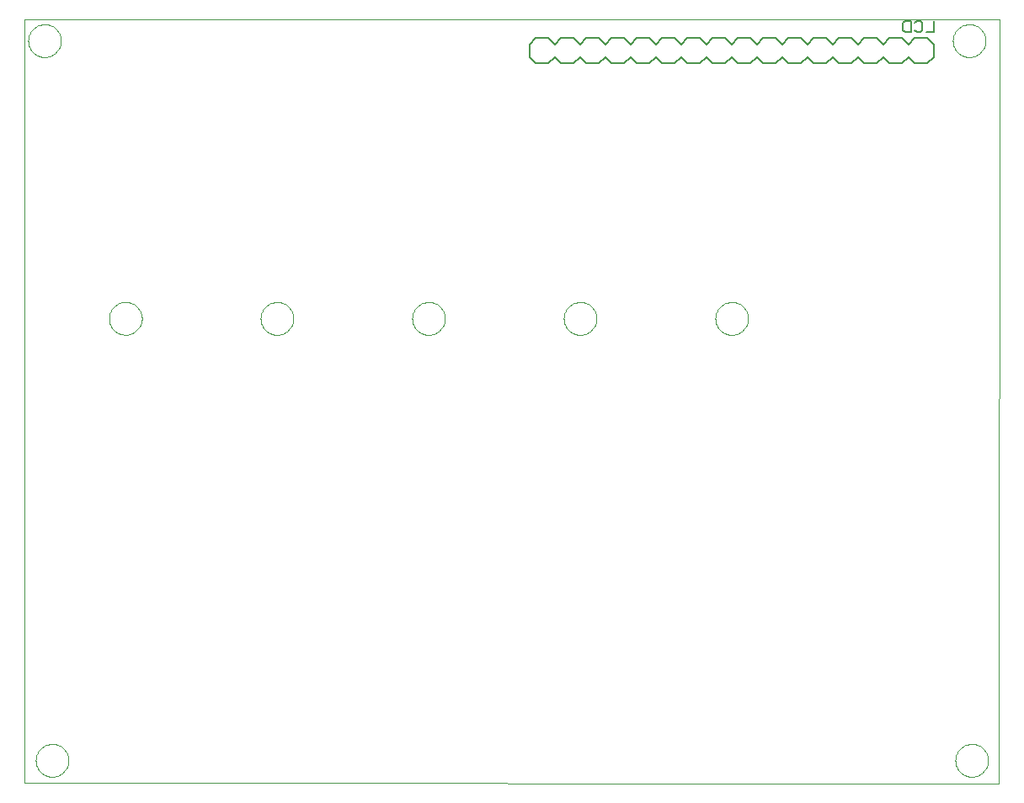
<source format=gbo>
G75*
G70*
%OFA0B0*%
%FSLAX24Y24*%
%IPPOS*%
%LPD*%
%AMOC8*
5,1,8,0,0,1.08239X$1,22.5*
%
%ADD10C,0.0000*%
%ADD11C,0.0050*%
%ADD12C,0.0080*%
D10*
X000433Y000333D02*
X000433Y030581D01*
X039029Y030581D01*
X039009Y000303D01*
X000433Y000333D01*
X000883Y001233D02*
X000885Y001283D01*
X000891Y001333D01*
X000901Y001383D01*
X000914Y001431D01*
X000931Y001479D01*
X000952Y001525D01*
X000976Y001569D01*
X001004Y001611D01*
X001035Y001651D01*
X001069Y001688D01*
X001106Y001723D01*
X001145Y001754D01*
X001186Y001783D01*
X001230Y001808D01*
X001276Y001830D01*
X001323Y001848D01*
X001371Y001862D01*
X001420Y001873D01*
X001470Y001880D01*
X001520Y001883D01*
X001571Y001882D01*
X001621Y001877D01*
X001671Y001868D01*
X001719Y001856D01*
X001767Y001839D01*
X001813Y001819D01*
X001858Y001796D01*
X001901Y001769D01*
X001941Y001739D01*
X001979Y001706D01*
X002014Y001670D01*
X002047Y001631D01*
X002076Y001590D01*
X002102Y001547D01*
X002125Y001502D01*
X002144Y001455D01*
X002159Y001407D01*
X002171Y001358D01*
X002179Y001308D01*
X002183Y001258D01*
X002183Y001208D01*
X002179Y001158D01*
X002171Y001108D01*
X002159Y001059D01*
X002144Y001011D01*
X002125Y000964D01*
X002102Y000919D01*
X002076Y000876D01*
X002047Y000835D01*
X002014Y000796D01*
X001979Y000760D01*
X001941Y000727D01*
X001901Y000697D01*
X001858Y000670D01*
X001813Y000647D01*
X001767Y000627D01*
X001719Y000610D01*
X001671Y000598D01*
X001621Y000589D01*
X001571Y000584D01*
X001520Y000583D01*
X001470Y000586D01*
X001420Y000593D01*
X001371Y000604D01*
X001323Y000618D01*
X001276Y000636D01*
X001230Y000658D01*
X001186Y000683D01*
X001145Y000712D01*
X001106Y000743D01*
X001069Y000778D01*
X001035Y000815D01*
X001004Y000855D01*
X000976Y000897D01*
X000952Y000941D01*
X000931Y000987D01*
X000914Y001035D01*
X000901Y001083D01*
X000891Y001133D01*
X000885Y001183D01*
X000883Y001233D01*
X003786Y018736D02*
X003788Y018786D01*
X003794Y018836D01*
X003804Y018886D01*
X003817Y018934D01*
X003834Y018982D01*
X003855Y019028D01*
X003879Y019072D01*
X003907Y019114D01*
X003938Y019154D01*
X003972Y019191D01*
X004009Y019226D01*
X004048Y019257D01*
X004089Y019286D01*
X004133Y019311D01*
X004179Y019333D01*
X004226Y019351D01*
X004274Y019365D01*
X004323Y019376D01*
X004373Y019383D01*
X004423Y019386D01*
X004474Y019385D01*
X004524Y019380D01*
X004574Y019371D01*
X004622Y019359D01*
X004670Y019342D01*
X004716Y019322D01*
X004761Y019299D01*
X004804Y019272D01*
X004844Y019242D01*
X004882Y019209D01*
X004917Y019173D01*
X004950Y019134D01*
X004979Y019093D01*
X005005Y019050D01*
X005028Y019005D01*
X005047Y018958D01*
X005062Y018910D01*
X005074Y018861D01*
X005082Y018811D01*
X005086Y018761D01*
X005086Y018711D01*
X005082Y018661D01*
X005074Y018611D01*
X005062Y018562D01*
X005047Y018514D01*
X005028Y018467D01*
X005005Y018422D01*
X004979Y018379D01*
X004950Y018338D01*
X004917Y018299D01*
X004882Y018263D01*
X004844Y018230D01*
X004804Y018200D01*
X004761Y018173D01*
X004716Y018150D01*
X004670Y018130D01*
X004622Y018113D01*
X004574Y018101D01*
X004524Y018092D01*
X004474Y018087D01*
X004423Y018086D01*
X004373Y018089D01*
X004323Y018096D01*
X004274Y018107D01*
X004226Y018121D01*
X004179Y018139D01*
X004133Y018161D01*
X004089Y018186D01*
X004048Y018215D01*
X004009Y018246D01*
X003972Y018281D01*
X003938Y018318D01*
X003907Y018358D01*
X003879Y018400D01*
X003855Y018444D01*
X003834Y018490D01*
X003817Y018538D01*
X003804Y018586D01*
X003794Y018636D01*
X003788Y018686D01*
X003786Y018736D01*
X009783Y018733D02*
X009785Y018783D01*
X009791Y018833D01*
X009801Y018883D01*
X009814Y018931D01*
X009831Y018979D01*
X009852Y019025D01*
X009876Y019069D01*
X009904Y019111D01*
X009935Y019151D01*
X009969Y019188D01*
X010006Y019223D01*
X010045Y019254D01*
X010086Y019283D01*
X010130Y019308D01*
X010176Y019330D01*
X010223Y019348D01*
X010271Y019362D01*
X010320Y019373D01*
X010370Y019380D01*
X010420Y019383D01*
X010471Y019382D01*
X010521Y019377D01*
X010571Y019368D01*
X010619Y019356D01*
X010667Y019339D01*
X010713Y019319D01*
X010758Y019296D01*
X010801Y019269D01*
X010841Y019239D01*
X010879Y019206D01*
X010914Y019170D01*
X010947Y019131D01*
X010976Y019090D01*
X011002Y019047D01*
X011025Y019002D01*
X011044Y018955D01*
X011059Y018907D01*
X011071Y018858D01*
X011079Y018808D01*
X011083Y018758D01*
X011083Y018708D01*
X011079Y018658D01*
X011071Y018608D01*
X011059Y018559D01*
X011044Y018511D01*
X011025Y018464D01*
X011002Y018419D01*
X010976Y018376D01*
X010947Y018335D01*
X010914Y018296D01*
X010879Y018260D01*
X010841Y018227D01*
X010801Y018197D01*
X010758Y018170D01*
X010713Y018147D01*
X010667Y018127D01*
X010619Y018110D01*
X010571Y018098D01*
X010521Y018089D01*
X010471Y018084D01*
X010420Y018083D01*
X010370Y018086D01*
X010320Y018093D01*
X010271Y018104D01*
X010223Y018118D01*
X010176Y018136D01*
X010130Y018158D01*
X010086Y018183D01*
X010045Y018212D01*
X010006Y018243D01*
X009969Y018278D01*
X009935Y018315D01*
X009904Y018355D01*
X009876Y018397D01*
X009852Y018441D01*
X009831Y018487D01*
X009814Y018535D01*
X009801Y018583D01*
X009791Y018633D01*
X009785Y018683D01*
X009783Y018733D01*
X015783Y018733D02*
X015785Y018783D01*
X015791Y018833D01*
X015801Y018883D01*
X015814Y018931D01*
X015831Y018979D01*
X015852Y019025D01*
X015876Y019069D01*
X015904Y019111D01*
X015935Y019151D01*
X015969Y019188D01*
X016006Y019223D01*
X016045Y019254D01*
X016086Y019283D01*
X016130Y019308D01*
X016176Y019330D01*
X016223Y019348D01*
X016271Y019362D01*
X016320Y019373D01*
X016370Y019380D01*
X016420Y019383D01*
X016471Y019382D01*
X016521Y019377D01*
X016571Y019368D01*
X016619Y019356D01*
X016667Y019339D01*
X016713Y019319D01*
X016758Y019296D01*
X016801Y019269D01*
X016841Y019239D01*
X016879Y019206D01*
X016914Y019170D01*
X016947Y019131D01*
X016976Y019090D01*
X017002Y019047D01*
X017025Y019002D01*
X017044Y018955D01*
X017059Y018907D01*
X017071Y018858D01*
X017079Y018808D01*
X017083Y018758D01*
X017083Y018708D01*
X017079Y018658D01*
X017071Y018608D01*
X017059Y018559D01*
X017044Y018511D01*
X017025Y018464D01*
X017002Y018419D01*
X016976Y018376D01*
X016947Y018335D01*
X016914Y018296D01*
X016879Y018260D01*
X016841Y018227D01*
X016801Y018197D01*
X016758Y018170D01*
X016713Y018147D01*
X016667Y018127D01*
X016619Y018110D01*
X016571Y018098D01*
X016521Y018089D01*
X016471Y018084D01*
X016420Y018083D01*
X016370Y018086D01*
X016320Y018093D01*
X016271Y018104D01*
X016223Y018118D01*
X016176Y018136D01*
X016130Y018158D01*
X016086Y018183D01*
X016045Y018212D01*
X016006Y018243D01*
X015969Y018278D01*
X015935Y018315D01*
X015904Y018355D01*
X015876Y018397D01*
X015852Y018441D01*
X015831Y018487D01*
X015814Y018535D01*
X015801Y018583D01*
X015791Y018633D01*
X015785Y018683D01*
X015783Y018733D01*
X021783Y018733D02*
X021785Y018783D01*
X021791Y018833D01*
X021801Y018883D01*
X021814Y018931D01*
X021831Y018979D01*
X021852Y019025D01*
X021876Y019069D01*
X021904Y019111D01*
X021935Y019151D01*
X021969Y019188D01*
X022006Y019223D01*
X022045Y019254D01*
X022086Y019283D01*
X022130Y019308D01*
X022176Y019330D01*
X022223Y019348D01*
X022271Y019362D01*
X022320Y019373D01*
X022370Y019380D01*
X022420Y019383D01*
X022471Y019382D01*
X022521Y019377D01*
X022571Y019368D01*
X022619Y019356D01*
X022667Y019339D01*
X022713Y019319D01*
X022758Y019296D01*
X022801Y019269D01*
X022841Y019239D01*
X022879Y019206D01*
X022914Y019170D01*
X022947Y019131D01*
X022976Y019090D01*
X023002Y019047D01*
X023025Y019002D01*
X023044Y018955D01*
X023059Y018907D01*
X023071Y018858D01*
X023079Y018808D01*
X023083Y018758D01*
X023083Y018708D01*
X023079Y018658D01*
X023071Y018608D01*
X023059Y018559D01*
X023044Y018511D01*
X023025Y018464D01*
X023002Y018419D01*
X022976Y018376D01*
X022947Y018335D01*
X022914Y018296D01*
X022879Y018260D01*
X022841Y018227D01*
X022801Y018197D01*
X022758Y018170D01*
X022713Y018147D01*
X022667Y018127D01*
X022619Y018110D01*
X022571Y018098D01*
X022521Y018089D01*
X022471Y018084D01*
X022420Y018083D01*
X022370Y018086D01*
X022320Y018093D01*
X022271Y018104D01*
X022223Y018118D01*
X022176Y018136D01*
X022130Y018158D01*
X022086Y018183D01*
X022045Y018212D01*
X022006Y018243D01*
X021969Y018278D01*
X021935Y018315D01*
X021904Y018355D01*
X021876Y018397D01*
X021852Y018441D01*
X021831Y018487D01*
X021814Y018535D01*
X021801Y018583D01*
X021791Y018633D01*
X021785Y018683D01*
X021783Y018733D01*
X027783Y018733D02*
X027785Y018783D01*
X027791Y018833D01*
X027801Y018883D01*
X027814Y018931D01*
X027831Y018979D01*
X027852Y019025D01*
X027876Y019069D01*
X027904Y019111D01*
X027935Y019151D01*
X027969Y019188D01*
X028006Y019223D01*
X028045Y019254D01*
X028086Y019283D01*
X028130Y019308D01*
X028176Y019330D01*
X028223Y019348D01*
X028271Y019362D01*
X028320Y019373D01*
X028370Y019380D01*
X028420Y019383D01*
X028471Y019382D01*
X028521Y019377D01*
X028571Y019368D01*
X028619Y019356D01*
X028667Y019339D01*
X028713Y019319D01*
X028758Y019296D01*
X028801Y019269D01*
X028841Y019239D01*
X028879Y019206D01*
X028914Y019170D01*
X028947Y019131D01*
X028976Y019090D01*
X029002Y019047D01*
X029025Y019002D01*
X029044Y018955D01*
X029059Y018907D01*
X029071Y018858D01*
X029079Y018808D01*
X029083Y018758D01*
X029083Y018708D01*
X029079Y018658D01*
X029071Y018608D01*
X029059Y018559D01*
X029044Y018511D01*
X029025Y018464D01*
X029002Y018419D01*
X028976Y018376D01*
X028947Y018335D01*
X028914Y018296D01*
X028879Y018260D01*
X028841Y018227D01*
X028801Y018197D01*
X028758Y018170D01*
X028713Y018147D01*
X028667Y018127D01*
X028619Y018110D01*
X028571Y018098D01*
X028521Y018089D01*
X028471Y018084D01*
X028420Y018083D01*
X028370Y018086D01*
X028320Y018093D01*
X028271Y018104D01*
X028223Y018118D01*
X028176Y018136D01*
X028130Y018158D01*
X028086Y018183D01*
X028045Y018212D01*
X028006Y018243D01*
X027969Y018278D01*
X027935Y018315D01*
X027904Y018355D01*
X027876Y018397D01*
X027852Y018441D01*
X027831Y018487D01*
X027814Y018535D01*
X027801Y018583D01*
X027791Y018633D01*
X027785Y018683D01*
X027783Y018733D01*
X037183Y029733D02*
X037185Y029783D01*
X037191Y029833D01*
X037201Y029883D01*
X037214Y029931D01*
X037231Y029979D01*
X037252Y030025D01*
X037276Y030069D01*
X037304Y030111D01*
X037335Y030151D01*
X037369Y030188D01*
X037406Y030223D01*
X037445Y030254D01*
X037486Y030283D01*
X037530Y030308D01*
X037576Y030330D01*
X037623Y030348D01*
X037671Y030362D01*
X037720Y030373D01*
X037770Y030380D01*
X037820Y030383D01*
X037871Y030382D01*
X037921Y030377D01*
X037971Y030368D01*
X038019Y030356D01*
X038067Y030339D01*
X038113Y030319D01*
X038158Y030296D01*
X038201Y030269D01*
X038241Y030239D01*
X038279Y030206D01*
X038314Y030170D01*
X038347Y030131D01*
X038376Y030090D01*
X038402Y030047D01*
X038425Y030002D01*
X038444Y029955D01*
X038459Y029907D01*
X038471Y029858D01*
X038479Y029808D01*
X038483Y029758D01*
X038483Y029708D01*
X038479Y029658D01*
X038471Y029608D01*
X038459Y029559D01*
X038444Y029511D01*
X038425Y029464D01*
X038402Y029419D01*
X038376Y029376D01*
X038347Y029335D01*
X038314Y029296D01*
X038279Y029260D01*
X038241Y029227D01*
X038201Y029197D01*
X038158Y029170D01*
X038113Y029147D01*
X038067Y029127D01*
X038019Y029110D01*
X037971Y029098D01*
X037921Y029089D01*
X037871Y029084D01*
X037820Y029083D01*
X037770Y029086D01*
X037720Y029093D01*
X037671Y029104D01*
X037623Y029118D01*
X037576Y029136D01*
X037530Y029158D01*
X037486Y029183D01*
X037445Y029212D01*
X037406Y029243D01*
X037369Y029278D01*
X037335Y029315D01*
X037304Y029355D01*
X037276Y029397D01*
X037252Y029441D01*
X037231Y029487D01*
X037214Y029535D01*
X037201Y029583D01*
X037191Y029633D01*
X037185Y029683D01*
X037183Y029733D01*
X000583Y029733D02*
X000585Y029783D01*
X000591Y029833D01*
X000601Y029883D01*
X000614Y029931D01*
X000631Y029979D01*
X000652Y030025D01*
X000676Y030069D01*
X000704Y030111D01*
X000735Y030151D01*
X000769Y030188D01*
X000806Y030223D01*
X000845Y030254D01*
X000886Y030283D01*
X000930Y030308D01*
X000976Y030330D01*
X001023Y030348D01*
X001071Y030362D01*
X001120Y030373D01*
X001170Y030380D01*
X001220Y030383D01*
X001271Y030382D01*
X001321Y030377D01*
X001371Y030368D01*
X001419Y030356D01*
X001467Y030339D01*
X001513Y030319D01*
X001558Y030296D01*
X001601Y030269D01*
X001641Y030239D01*
X001679Y030206D01*
X001714Y030170D01*
X001747Y030131D01*
X001776Y030090D01*
X001802Y030047D01*
X001825Y030002D01*
X001844Y029955D01*
X001859Y029907D01*
X001871Y029858D01*
X001879Y029808D01*
X001883Y029758D01*
X001883Y029708D01*
X001879Y029658D01*
X001871Y029608D01*
X001859Y029559D01*
X001844Y029511D01*
X001825Y029464D01*
X001802Y029419D01*
X001776Y029376D01*
X001747Y029335D01*
X001714Y029296D01*
X001679Y029260D01*
X001641Y029227D01*
X001601Y029197D01*
X001558Y029170D01*
X001513Y029147D01*
X001467Y029127D01*
X001419Y029110D01*
X001371Y029098D01*
X001321Y029089D01*
X001271Y029084D01*
X001220Y029083D01*
X001170Y029086D01*
X001120Y029093D01*
X001071Y029104D01*
X001023Y029118D01*
X000976Y029136D01*
X000930Y029158D01*
X000886Y029183D01*
X000845Y029212D01*
X000806Y029243D01*
X000769Y029278D01*
X000735Y029315D01*
X000704Y029355D01*
X000676Y029397D01*
X000652Y029441D01*
X000631Y029487D01*
X000614Y029535D01*
X000601Y029583D01*
X000591Y029633D01*
X000585Y029683D01*
X000583Y029733D01*
X037283Y001233D02*
X037285Y001283D01*
X037291Y001333D01*
X037301Y001383D01*
X037314Y001431D01*
X037331Y001479D01*
X037352Y001525D01*
X037376Y001569D01*
X037404Y001611D01*
X037435Y001651D01*
X037469Y001688D01*
X037506Y001723D01*
X037545Y001754D01*
X037586Y001783D01*
X037630Y001808D01*
X037676Y001830D01*
X037723Y001848D01*
X037771Y001862D01*
X037820Y001873D01*
X037870Y001880D01*
X037920Y001883D01*
X037971Y001882D01*
X038021Y001877D01*
X038071Y001868D01*
X038119Y001856D01*
X038167Y001839D01*
X038213Y001819D01*
X038258Y001796D01*
X038301Y001769D01*
X038341Y001739D01*
X038379Y001706D01*
X038414Y001670D01*
X038447Y001631D01*
X038476Y001590D01*
X038502Y001547D01*
X038525Y001502D01*
X038544Y001455D01*
X038559Y001407D01*
X038571Y001358D01*
X038579Y001308D01*
X038583Y001258D01*
X038583Y001208D01*
X038579Y001158D01*
X038571Y001108D01*
X038559Y001059D01*
X038544Y001011D01*
X038525Y000964D01*
X038502Y000919D01*
X038476Y000876D01*
X038447Y000835D01*
X038414Y000796D01*
X038379Y000760D01*
X038341Y000727D01*
X038301Y000697D01*
X038258Y000670D01*
X038213Y000647D01*
X038167Y000627D01*
X038119Y000610D01*
X038071Y000598D01*
X038021Y000589D01*
X037971Y000584D01*
X037920Y000583D01*
X037870Y000586D01*
X037820Y000593D01*
X037771Y000604D01*
X037723Y000618D01*
X037676Y000636D01*
X037630Y000658D01*
X037586Y000683D01*
X037545Y000712D01*
X037506Y000743D01*
X037469Y000778D01*
X037435Y000815D01*
X037404Y000855D01*
X037376Y000897D01*
X037352Y000941D01*
X037331Y000987D01*
X037314Y001035D01*
X037301Y001083D01*
X037291Y001133D01*
X037285Y001183D01*
X037283Y001233D01*
D11*
X036438Y030078D02*
X036138Y030078D01*
X035978Y030153D02*
X035978Y030453D01*
X035903Y030528D01*
X035753Y030528D01*
X035678Y030453D01*
X035518Y030528D02*
X035518Y030078D01*
X035293Y030078D01*
X035217Y030153D01*
X035217Y030453D01*
X035293Y030528D01*
X035518Y030528D01*
X035678Y030153D02*
X035753Y030078D01*
X035903Y030078D01*
X035978Y030153D01*
X036438Y030078D02*
X036438Y030528D01*
D12*
X036183Y029833D02*
X035683Y029833D01*
X035433Y029583D01*
X035183Y029833D01*
X034683Y029833D01*
X034433Y029583D01*
X034183Y029833D01*
X033683Y029833D01*
X033433Y029583D01*
X033183Y029833D01*
X032683Y029833D01*
X032433Y029583D01*
X032183Y029833D01*
X031683Y029833D01*
X031433Y029583D01*
X031183Y029833D01*
X030683Y029833D01*
X030433Y029583D01*
X030183Y029833D01*
X029683Y029833D01*
X029433Y029583D01*
X029183Y029833D01*
X028683Y029833D01*
X028433Y029583D01*
X028183Y029833D01*
X027683Y029833D01*
X027433Y029583D01*
X027183Y029833D01*
X026683Y029833D01*
X026433Y029583D01*
X026183Y029833D01*
X025683Y029833D01*
X025433Y029583D01*
X025183Y029833D01*
X024683Y029833D01*
X024433Y029583D01*
X024183Y029833D01*
X023683Y029833D01*
X023433Y029583D01*
X023183Y029833D01*
X022683Y029833D01*
X022433Y029583D01*
X022183Y029833D01*
X021683Y029833D01*
X021433Y029583D01*
X021183Y029833D01*
X020683Y029833D01*
X020433Y029583D01*
X020433Y029083D01*
X020683Y028833D01*
X021183Y028833D01*
X021433Y029083D01*
X021683Y028833D01*
X022183Y028833D01*
X022433Y029083D01*
X022683Y028833D01*
X023183Y028833D01*
X023433Y029083D01*
X023683Y028833D01*
X024183Y028833D01*
X024433Y029083D01*
X024683Y028833D01*
X025183Y028833D01*
X025433Y029083D01*
X025683Y028833D01*
X026183Y028833D01*
X026433Y029083D01*
X026683Y028833D01*
X027183Y028833D01*
X027433Y029083D01*
X027683Y028833D01*
X028183Y028833D01*
X028433Y029083D01*
X028683Y028833D01*
X029183Y028833D01*
X029433Y029083D01*
X029683Y028833D01*
X030183Y028833D01*
X030433Y029083D01*
X030683Y028833D01*
X031183Y028833D01*
X031433Y029083D01*
X031683Y028833D01*
X032183Y028833D01*
X032433Y029083D01*
X032683Y028833D01*
X033183Y028833D01*
X033433Y029083D01*
X033683Y028833D01*
X034183Y028833D01*
X034433Y029083D01*
X034683Y028833D01*
X035183Y028833D01*
X035433Y029083D01*
X035683Y028833D01*
X036183Y028833D01*
X036433Y029083D01*
X036433Y029583D01*
X036183Y029833D01*
M02*

</source>
